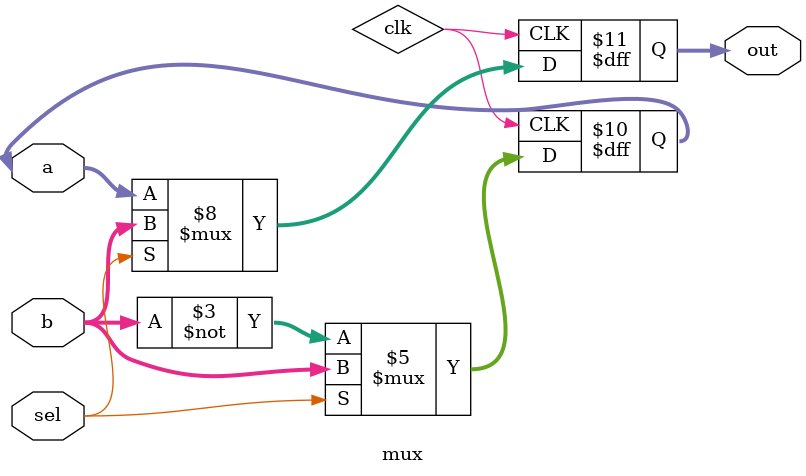
<source format=v>
module mux( 
input [4:0] a, b,
input sel,
output [4:0] out );
// When sel=0, assign a to out. 
// When sel=1, assign b to out.
always @(posedge clk)
  if (sel)
    out <= b;
  else 
    out <= a;
// The multiplexer also needs to be able to accept a reset signal.
always @(posedge clk)
  if (sel)
    a <= b;
  else 
    a <= ~b;

endmodule

</source>
